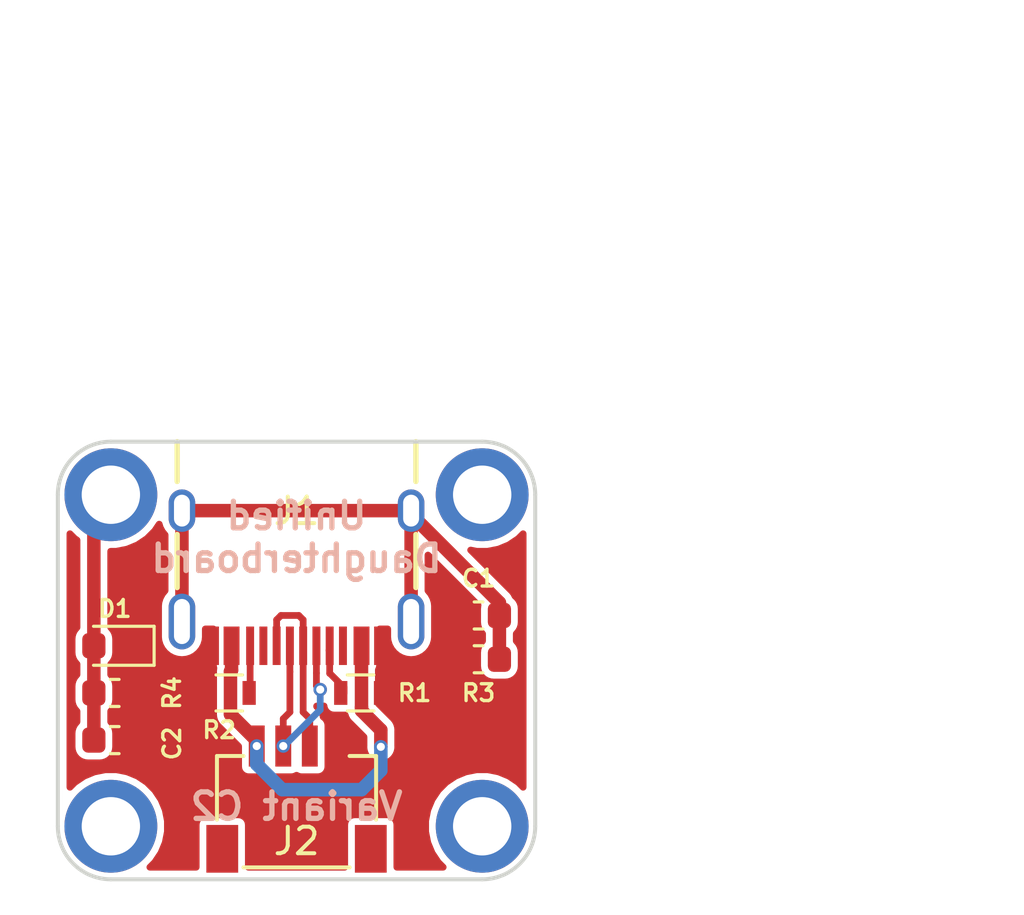
<source format=kicad_pcb>
(kicad_pcb (version 20171130) (host pcbnew 5.1.5)

  (general
    (thickness 1.6)
    (drawings 25)
    (tracks 59)
    (zones 0)
    (modules 13)
    (nets 14)
  )

  (page User 150.012 150.012)
  (layers
    (0 F.Cu signal)
    (31 B.Cu signal)
    (32 B.Adhes user)
    (33 F.Adhes user)
    (34 B.Paste user)
    (35 F.Paste user)
    (36 B.SilkS user)
    (37 F.SilkS user)
    (38 B.Mask user)
    (39 F.Mask user)
    (40 Dwgs.User user)
    (41 Cmts.User user)
    (42 Eco1.User user)
    (43 Eco2.User user)
    (44 Edge.Cuts user)
    (45 Margin user)
    (46 B.CrtYd user)
    (47 F.CrtYd user)
    (48 B.Fab user)
    (49 F.Fab user hide)
  )

  (setup
    (last_trace_width 0.508)
    (user_trace_width 0.254)
    (user_trace_width 0.508)
    (trace_clearance 0.2)
    (zone_clearance 0.254)
    (zone_45_only no)
    (trace_min 0.2)
    (via_size 0.8)
    (via_drill 0.4)
    (via_min_size 0.4)
    (via_min_drill 0.3)
    (user_via 0.508 0.3048)
    (uvia_size 0.3)
    (uvia_drill 0.1)
    (uvias_allowed no)
    (uvia_min_size 0.2)
    (uvia_min_drill 0.1)
    (edge_width 0.15)
    (segment_width 0.0001)
    (pcb_text_width 0.3)
    (pcb_text_size 1.5 1.5)
    (mod_edge_width 0.15)
    (mod_text_size 1 1)
    (mod_text_width 0.15)
    (pad_size 1.524 1.524)
    (pad_drill 0.762)
    (pad_to_mask_clearance 0.051)
    (solder_mask_min_width 0.25)
    (aux_axis_origin 0 0)
    (grid_origin 75.2545 64.238)
    (visible_elements 7FFFFF7F)
    (pcbplotparams
      (layerselection 0x010fc_ffffffff)
      (usegerberextensions true)
      (usegerberattributes false)
      (usegerberadvancedattributes false)
      (creategerberjobfile false)
      (excludeedgelayer true)
      (linewidth 0.100000)
      (plotframeref false)
      (viasonmask false)
      (mode 1)
      (useauxorigin false)
      (hpglpennumber 1)
      (hpglpenspeed 20)
      (hpglpendiameter 15.000000)
      (psnegative false)
      (psa4output false)
      (plotreference true)
      (plotvalue true)
      (plotinvisibletext false)
      (padsonsilk false)
      (subtractmaskfromsilk true)
      (outputformat 1)
      (mirror false)
      (drillshape 0)
      (scaleselection 1)
      (outputdirectory "Position"))
  )

  (net 0 "")
  (net 1 D+)
  (net 2 GND)
  (net 3 D-)
  (net 4 VCC)
  (net 5 "Net-(J1-Pad10)")
  (net 6 "Net-(J1-Pad4)")
  (net 7 "Net-(J1-Pad9)")
  (net 8 "Net-(J1-Pad3)")
  (net 9 "Net-(C1-Pad1)")
  (net 10 "Net-(C2-Pad1)")
  (net 11 "Net-(MH3-Pad1)")
  (net 12 "Net-(MH4-Pad1)")
  (net 13 "Net-(MH2-Pad1)")

  (net_class Default "This is the default net class."
    (clearance 0.2)
    (trace_width 0.25)
    (via_dia 0.8)
    (via_drill 0.4)
    (uvia_dia 0.3)
    (uvia_drill 0.1)
    (add_net D+)
    (add_net D-)
    (add_net "Net-(C1-Pad1)")
    (add_net "Net-(C2-Pad1)")
    (add_net "Net-(J1-Pad10)")
    (add_net "Net-(J1-Pad3)")
    (add_net "Net-(J1-Pad4)")
    (add_net "Net-(J1-Pad9)")
    (add_net "Net-(MH2-Pad1)")
    (add_net "Net-(MH3-Pad1)")
    (add_net "Net-(MH4-Pad1)")
  )

  (net_class Power ""
    (clearance 0.2)
    (trace_width 0.381)
    (via_dia 0.8)
    (via_drill 0.4)
    (uvia_dia 0.3)
    (uvia_drill 0.1)
    (add_net GND)
    (add_net VCC)
  )

  (module Resistor_SMD:R_0603_1608Metric (layer F.Cu) (tedit 5B301BBD) (tstamp 5E158B2B)
    (at 68.1505 66.016)
    (descr "Resistor SMD 0603 (1608 Metric), square (rectangular) end terminal, IPC_7351 nominal, (Body size source: http://www.tortai-tech.com/upload/download/2011102023233369053.pdf), generated with kicad-footprint-generator")
    (tags resistor)
    (path /5E17CC01)
    (attr smd)
    (fp_text reference R4 (at 2.159 0 90) (layer F.SilkS)
      (effects (font (size 0.635 0.635) (thickness 0.127)))
    )
    (fp_text value 1M (at 0 1.43) (layer F.Fab)
      (effects (font (size 1 1) (thickness 0.15)))
    )
    (fp_text user %R (at 0 0) (layer F.Fab)
      (effects (font (size 0.4 0.4) (thickness 0.06)))
    )
    (fp_line (start 1.48 0.73) (end -1.48 0.73) (layer F.CrtYd) (width 0.05))
    (fp_line (start 1.48 -0.73) (end 1.48 0.73) (layer F.CrtYd) (width 0.05))
    (fp_line (start -1.48 -0.73) (end 1.48 -0.73) (layer F.CrtYd) (width 0.05))
    (fp_line (start -1.48 0.73) (end -1.48 -0.73) (layer F.CrtYd) (width 0.05))
    (fp_line (start -0.162779 0.51) (end 0.162779 0.51) (layer F.SilkS) (width 0.12))
    (fp_line (start -0.162779 -0.51) (end 0.162779 -0.51) (layer F.SilkS) (width 0.12))
    (fp_line (start 0.8 0.4) (end -0.8 0.4) (layer F.Fab) (width 0.1))
    (fp_line (start 0.8 -0.4) (end 0.8 0.4) (layer F.Fab) (width 0.1))
    (fp_line (start -0.8 -0.4) (end 0.8 -0.4) (layer F.Fab) (width 0.1))
    (fp_line (start -0.8 0.4) (end -0.8 -0.4) (layer F.Fab) (width 0.1))
    (pad 2 smd roundrect (at 0.7875 0) (size 0.875 0.95) (layers F.Cu F.Paste F.Mask) (roundrect_rratio 0.25)
      (net 2 GND))
    (pad 1 smd roundrect (at -0.7875 0) (size 0.875 0.95) (layers F.Cu F.Paste F.Mask) (roundrect_rratio 0.25)
      (net 10 "Net-(C2-Pad1)"))
    (model ${KISYS3DMOD}/Resistor_SMD.3dshapes/R_0603_1608Metric.wrl
      (at (xyz 0 0 0))
      (scale (xyz 1 1 1))
      (rotate (xyz 0 0 0))
    )
  )

  (module Resistor_SMD:R_0603_1608Metric (layer F.Cu) (tedit 5B301BBD) (tstamp 5E1588F1)
    (at 81.8665 64.746 180)
    (descr "Resistor SMD 0603 (1608 Metric), square (rectangular) end terminal, IPC_7351 nominal, (Body size source: http://www.tortai-tech.com/upload/download/2011102023233369053.pdf), generated with kicad-footprint-generator")
    (tags resistor)
    (path /5E17225D)
    (attr smd)
    (fp_text reference R3 (at 0 -1.27) (layer F.SilkS)
      (effects (font (size 0.635 0.635) (thickness 0.127)))
    )
    (fp_text value 1M (at 0 1.43) (layer F.Fab)
      (effects (font (size 1 1) (thickness 0.15)))
    )
    (fp_text user %R (at 0 0) (layer F.Fab)
      (effects (font (size 0.4 0.4) (thickness 0.06)))
    )
    (fp_line (start 1.48 0.73) (end -1.48 0.73) (layer F.CrtYd) (width 0.05))
    (fp_line (start 1.48 -0.73) (end 1.48 0.73) (layer F.CrtYd) (width 0.05))
    (fp_line (start -1.48 -0.73) (end 1.48 -0.73) (layer F.CrtYd) (width 0.05))
    (fp_line (start -1.48 0.73) (end -1.48 -0.73) (layer F.CrtYd) (width 0.05))
    (fp_line (start -0.162779 0.51) (end 0.162779 0.51) (layer F.SilkS) (width 0.12))
    (fp_line (start -0.162779 -0.51) (end 0.162779 -0.51) (layer F.SilkS) (width 0.12))
    (fp_line (start 0.8 0.4) (end -0.8 0.4) (layer F.Fab) (width 0.1))
    (fp_line (start 0.8 -0.4) (end 0.8 0.4) (layer F.Fab) (width 0.1))
    (fp_line (start -0.8 -0.4) (end 0.8 -0.4) (layer F.Fab) (width 0.1))
    (fp_line (start -0.8 0.4) (end -0.8 -0.4) (layer F.Fab) (width 0.1))
    (pad 2 smd roundrect (at 0.7875 0 180) (size 0.875 0.95) (layers F.Cu F.Paste F.Mask) (roundrect_rratio 0.25)
      (net 2 GND))
    (pad 1 smd roundrect (at -0.7875 0 180) (size 0.875 0.95) (layers F.Cu F.Paste F.Mask) (roundrect_rratio 0.25)
      (net 9 "Net-(C1-Pad1)"))
    (model ${KISYS3DMOD}/Resistor_SMD.3dshapes/R_0603_1608Metric.wrl
      (at (xyz 0 0 0))
      (scale (xyz 1 1 1))
      (rotate (xyz 0 0 0))
    )
  )

  (module Diode_SMD:D_0603_1608Metric (layer F.Cu) (tedit 5B301BBE) (tstamp 5E158950)
    (at 68.1505 64.238 180)
    (descr "Diode SMD 0603 (1608 Metric), square (rectangular) end terminal, IPC_7351 nominal, (Body size source: http://www.tortai-tech.com/upload/download/2011102023233369053.pdf), generated with kicad-footprint-generator")
    (tags diode)
    (path /5E18209E)
    (attr smd)
    (fp_text reference D1 (at 0 1.397) (layer F.SilkS)
      (effects (font (size 0.635 0.635) (thickness 0.127)))
    )
    (fp_text value ESD5451XZ-2/TR (at 0 1.43) (layer F.Fab)
      (effects (font (size 1 1) (thickness 0.15)))
    )
    (fp_text user %R (at 0 0) (layer F.Fab)
      (effects (font (size 0.4 0.4) (thickness 0.06)))
    )
    (fp_line (start 1.48 0.73) (end -1.48 0.73) (layer F.CrtYd) (width 0.05))
    (fp_line (start 1.48 -0.73) (end 1.48 0.73) (layer F.CrtYd) (width 0.05))
    (fp_line (start -1.48 -0.73) (end 1.48 -0.73) (layer F.CrtYd) (width 0.05))
    (fp_line (start -1.48 0.73) (end -1.48 -0.73) (layer F.CrtYd) (width 0.05))
    (fp_line (start -1.485 0.735) (end 0.8 0.735) (layer F.SilkS) (width 0.12))
    (fp_line (start -1.485 -0.735) (end -1.485 0.735) (layer F.SilkS) (width 0.12))
    (fp_line (start 0.8 -0.735) (end -1.485 -0.735) (layer F.SilkS) (width 0.12))
    (fp_line (start 0.8 0.4) (end 0.8 -0.4) (layer F.Fab) (width 0.1))
    (fp_line (start -0.8 0.4) (end 0.8 0.4) (layer F.Fab) (width 0.1))
    (fp_line (start -0.8 -0.1) (end -0.8 0.4) (layer F.Fab) (width 0.1))
    (fp_line (start -0.5 -0.4) (end -0.8 -0.1) (layer F.Fab) (width 0.1))
    (fp_line (start 0.8 -0.4) (end -0.5 -0.4) (layer F.Fab) (width 0.1))
    (pad 2 smd roundrect (at 0.7875 0 180) (size 0.875 0.95) (layers F.Cu F.Paste F.Mask) (roundrect_rratio 0.25)
      (net 10 "Net-(C2-Pad1)"))
    (pad 1 smd roundrect (at -0.7875 0 180) (size 0.875 0.95) (layers F.Cu F.Paste F.Mask) (roundrect_rratio 0.25)
      (net 2 GND))
    (model ${KISYS3DMOD}/Diode_SMD.3dshapes/D_0603_1608Metric.wrl
      (at (xyz 0 0 0))
      (scale (xyz 1 1 1))
      (rotate (xyz 0 0 0))
    )
  )

  (module Capacitor_SMD:C_0603_1608Metric (layer F.Cu) (tedit 5B301BBE) (tstamp 5E1589E4)
    (at 68.1505 67.794)
    (descr "Capacitor SMD 0603 (1608 Metric), square (rectangular) end terminal, IPC_7351 nominal, (Body size source: http://www.tortai-tech.com/upload/download/2011102023233369053.pdf), generated with kicad-footprint-generator")
    (tags capacitor)
    (path /5E17CC07)
    (attr smd)
    (fp_text reference C2 (at 2.159 0.127 90) (layer F.SilkS)
      (effects (font (size 0.635 0.635) (thickness 0.127)))
    )
    (fp_text value 10n (at 0 1.43) (layer F.Fab)
      (effects (font (size 1 1) (thickness 0.15)))
    )
    (fp_text user %R (at 0 0) (layer F.Fab)
      (effects (font (size 0.4 0.4) (thickness 0.06)))
    )
    (fp_line (start 1.48 0.73) (end -1.48 0.73) (layer F.CrtYd) (width 0.05))
    (fp_line (start 1.48 -0.73) (end 1.48 0.73) (layer F.CrtYd) (width 0.05))
    (fp_line (start -1.48 -0.73) (end 1.48 -0.73) (layer F.CrtYd) (width 0.05))
    (fp_line (start -1.48 0.73) (end -1.48 -0.73) (layer F.CrtYd) (width 0.05))
    (fp_line (start -0.162779 0.51) (end 0.162779 0.51) (layer F.SilkS) (width 0.12))
    (fp_line (start -0.162779 -0.51) (end 0.162779 -0.51) (layer F.SilkS) (width 0.12))
    (fp_line (start 0.8 0.4) (end -0.8 0.4) (layer F.Fab) (width 0.1))
    (fp_line (start 0.8 -0.4) (end 0.8 0.4) (layer F.Fab) (width 0.1))
    (fp_line (start -0.8 -0.4) (end 0.8 -0.4) (layer F.Fab) (width 0.1))
    (fp_line (start -0.8 0.4) (end -0.8 -0.4) (layer F.Fab) (width 0.1))
    (pad 2 smd roundrect (at 0.7875 0) (size 0.875 0.95) (layers F.Cu F.Paste F.Mask) (roundrect_rratio 0.25)
      (net 2 GND))
    (pad 1 smd roundrect (at -0.7875 0) (size 0.875 0.95) (layers F.Cu F.Paste F.Mask) (roundrect_rratio 0.25)
      (net 10 "Net-(C2-Pad1)"))
    (model ${KISYS3DMOD}/Capacitor_SMD.3dshapes/C_0603_1608Metric.wrl
      (at (xyz 0 0 0))
      (scale (xyz 1 1 1))
      (rotate (xyz 0 0 0))
    )
  )

  (module Capacitor_SMD:C_0603_1608Metric (layer F.Cu) (tedit 5B301BBE) (tstamp 5E15899F)
    (at 81.8665 63.095 180)
    (descr "Capacitor SMD 0603 (1608 Metric), square (rectangular) end terminal, IPC_7351 nominal, (Body size source: http://www.tortai-tech.com/upload/download/2011102023233369053.pdf), generated with kicad-footprint-generator")
    (tags capacitor)
    (path /5E172A5B)
    (attr smd)
    (fp_text reference C1 (at 0 1.397 180) (layer F.SilkS)
      (effects (font (size 0.635 0.635) (thickness 0.127)))
    )
    (fp_text value 10n (at 0 1.43) (layer F.Fab)
      (effects (font (size 1 1) (thickness 0.15)))
    )
    (fp_text user %R (at 0 0) (layer F.Fab)
      (effects (font (size 0.4 0.4) (thickness 0.06)))
    )
    (fp_line (start 1.48 0.73) (end -1.48 0.73) (layer F.CrtYd) (width 0.05))
    (fp_line (start 1.48 -0.73) (end 1.48 0.73) (layer F.CrtYd) (width 0.05))
    (fp_line (start -1.48 -0.73) (end 1.48 -0.73) (layer F.CrtYd) (width 0.05))
    (fp_line (start -1.48 0.73) (end -1.48 -0.73) (layer F.CrtYd) (width 0.05))
    (fp_line (start -0.162779 0.51) (end 0.162779 0.51) (layer F.SilkS) (width 0.12))
    (fp_line (start -0.162779 -0.51) (end 0.162779 -0.51) (layer F.SilkS) (width 0.12))
    (fp_line (start 0.8 0.4) (end -0.8 0.4) (layer F.Fab) (width 0.1))
    (fp_line (start 0.8 -0.4) (end 0.8 0.4) (layer F.Fab) (width 0.1))
    (fp_line (start -0.8 -0.4) (end 0.8 -0.4) (layer F.Fab) (width 0.1))
    (fp_line (start -0.8 0.4) (end -0.8 -0.4) (layer F.Fab) (width 0.1))
    (pad 2 smd roundrect (at 0.7875 0 180) (size 0.875 0.95) (layers F.Cu F.Paste F.Mask) (roundrect_rratio 0.25)
      (net 2 GND))
    (pad 1 smd roundrect (at -0.7875 0 180) (size 0.875 0.95) (layers F.Cu F.Paste F.Mask) (roundrect_rratio 0.25)
      (net 9 "Net-(C1-Pad1)"))
    (model ${KISYS3DMOD}/Capacitor_SMD.3dshapes/C_0603_1608Metric.wrl
      (at (xyz 0 0 0))
      (scale (xyz 1 1 1))
      (rotate (xyz 0 0 0))
    )
  )

  (module random-keyboard-parts:Generic-Mounthole (layer F.Cu) (tedit 5C91B17B) (tstamp 5E158ACE)
    (at 68.0045 58.543)
    (path /5C91EC0E)
    (attr virtual)
    (fp_text reference MH1 (at 0 2) (layer Dwgs.User)
      (effects (font (size 1 1) (thickness 0.15)))
    )
    (fp_text value Mount-M2 (at 0 -2) (layer Dwgs.User) hide
      (effects (font (size 1 1) (thickness 0.15)))
    )
    (pad 1 thru_hole circle (at 0 0) (size 3.5 3.5) (drill 2.2) (layers *.Cu *.Mask)
      (net 10 "Net-(C2-Pad1)"))
  )

  (module random-keyboard-parts:Generic-Mounthole (layer F.Cu) (tedit 5C91B17B) (tstamp 5E158B01)
    (at 82.0045 58.543)
    (path /5C91EC94)
    (attr virtual)
    (fp_text reference MH2 (at 0 2) (layer Dwgs.User) hide
      (effects (font (size 1 1) (thickness 0.15)))
    )
    (fp_text value Mount-M2 (at 0 -2) (layer Dwgs.User) hide
      (effects (font (size 1 1) (thickness 0.15)))
    )
    (pad 1 thru_hole circle (at 0 0) (size 3.5 3.5) (drill 2.2) (layers *.Cu *.Mask)
      (net 13 "Net-(MH2-Pad1)"))
  )

  (module random-keyboard-parts:Generic-Mounthole (layer F.Cu) (tedit 5C91B17B) (tstamp 5E158B0D)
    (at 68.0045 71.043)
    (path /5C91ECC0)
    (attr virtual)
    (fp_text reference MH3 (at 0 2) (layer Dwgs.User) hide
      (effects (font (size 1 1) (thickness 0.15)))
    )
    (fp_text value Mount-M2 (at 0 -2) (layer Dwgs.User) hide
      (effects (font (size 1 1) (thickness 0.15)))
    )
    (pad 1 thru_hole circle (at 0 0) (size 3.5 3.5) (drill 2.2) (layers *.Cu *.Mask)
      (net 11 "Net-(MH3-Pad1)"))
  )

  (module random-keyboard-parts:Generic-Mounthole (layer F.Cu) (tedit 5C91B17B) (tstamp 5E158B4F)
    (at 82.0045 71.043)
    (path /5C91ECE4)
    (attr virtual)
    (fp_text reference MH4 (at 0 2) (layer Dwgs.User) hide
      (effects (font (size 1 1) (thickness 0.15)))
    )
    (fp_text value Mount-M2 (at 0 -2) (layer Dwgs.User) hide
      (effects (font (size 1 1) (thickness 0.15)))
    )
    (pad 1 thru_hole circle (at 0 0) (size 3.5 3.5) (drill 2.2) (layers *.Cu *.Mask)
      (net 12 "Net-(MH4-Pad1)"))
  )

  (module random-keyboard-parts:JST-SR-4 (layer F.Cu) (tedit 5C919B1C) (tstamp 5E158B69)
    (at 75.0045 72.793)
    (path /5C91AFCB)
    (attr smd)
    (fp_text reference J2 (at 0.004 -1.189) (layer F.SilkS)
      (effects (font (size 1 1) (thickness 0.15)))
    )
    (fp_text value JST-SR-4 (at 0 1) (layer F.Fab)
      (effects (font (size 1 1) (thickness 0.15)))
    )
    (fp_line (start 3 -0.2) (end -3 -0.2) (layer B.CrtYd) (width 0.15))
    (fp_line (start -3 -0.2) (end -3 -4.4) (layer B.CrtYd) (width 0.15))
    (fp_line (start -3 -4.4) (end 3 -4.4) (layer B.CrtYd) (width 0.15))
    (fp_line (start 3 -4.4) (end 3 -0.2) (layer B.CrtYd) (width 0.15))
    (fp_line (start 2 -4.4) (end 3 -4.4) (layer F.SilkS) (width 0.15))
    (fp_line (start 3 -4.4) (end 3 -2) (layer F.SilkS) (width 0.15))
    (fp_line (start 2 -0.2) (end -2 -0.2) (layer F.SilkS) (width 0.15))
    (fp_line (start -3 -2) (end -3 -4.4) (layer F.SilkS) (width 0.15))
    (fp_line (start -3 -4.4) (end -2 -4.4) (layer F.SilkS) (width 0.15))
    (pad 3 smd rect (at 0.5 -4.775) (size 0.6 1.55) (layers F.Cu F.Paste F.Mask)
      (net 1 D+))
    (pad 4 smd rect (at 1.5 -4.775) (size 0.6 1.55) (layers F.Cu F.Paste F.Mask)
      (net 2 GND))
    (pad 2 smd rect (at -0.5 -4.775) (size 0.6 1.55) (layers F.Cu F.Paste F.Mask)
      (net 3 D-))
    (pad 1 smd rect (at -1.5 -4.775) (size 0.6 1.55) (layers F.Cu F.Paste F.Mask)
      (net 4 VCC))
    (pad "" smd rect (at -2.8 -0.9) (size 1.2 1.8) (layers F.Cu F.Paste F.Mask))
    (pad "" smd rect (at 2.8 -0.9) (size 1.2 1.8) (layers F.Cu F.Paste F.Mask))
    (model ${KIPRJMOD}/random-keyboard-parts.pretty/JST-SR-4.step
      (at (xyz 0 0 0))
      (scale (xyz 1 1 1))
      (rotate (xyz -90 0 0))
    )
  )

  (module Resistors_SMD:R_0603 (layer F.Cu) (tedit 58E0A804) (tstamp 5E158B9D)
    (at 77.4215 66.016)
    (descr "Resistor SMD 0603, reflow soldering, Vishay (see dcrcw.pdf)")
    (tags "resistor 0603")
    (path /5C91B042)
    (attr smd)
    (fp_text reference R1 (at 2.032 0 180) (layer F.SilkS)
      (effects (font (size 0.635 0.635) (thickness 0.127)))
    )
    (fp_text value 5.1k (at 0 1.5 180) (layer F.Fab)
      (effects (font (size 1 1) (thickness 0.15)))
    )
    (fp_line (start 1.25 0.7) (end -1.25 0.7) (layer F.CrtYd) (width 0.05))
    (fp_line (start 1.25 0.7) (end 1.25 -0.7) (layer F.CrtYd) (width 0.05))
    (fp_line (start -1.25 -0.7) (end -1.25 0.7) (layer F.CrtYd) (width 0.05))
    (fp_line (start -1.25 -0.7) (end 1.25 -0.7) (layer F.CrtYd) (width 0.05))
    (fp_line (start -0.5 -0.68) (end 0.5 -0.68) (layer F.SilkS) (width 0.12))
    (fp_line (start 0.5 0.68) (end -0.5 0.68) (layer F.SilkS) (width 0.12))
    (fp_line (start -0.8 -0.4) (end 0.8 -0.4) (layer F.Fab) (width 0.1))
    (fp_line (start 0.8 -0.4) (end 0.8 0.4) (layer F.Fab) (width 0.1))
    (fp_line (start 0.8 0.4) (end -0.8 0.4) (layer F.Fab) (width 0.1))
    (fp_line (start -0.8 0.4) (end -0.8 -0.4) (layer F.Fab) (width 0.1))
    (fp_text user %R (at 0 0 180) (layer F.Fab)
      (effects (font (size 0.4 0.4) (thickness 0.075)))
    )
    (pad 2 smd rect (at 0.75 0) (size 0.5 0.9) (layers F.Cu F.Paste F.Mask)
      (net 2 GND))
    (pad 1 smd rect (at -0.75 0) (size 0.5 0.9) (layers F.Cu F.Paste F.Mask)
      (net 6 "Net-(J1-Pad4)"))
    (model ${KISYS3DMOD}/Resistors_SMD.3dshapes/R_0603.wrl
      (at (xyz 0 0 0))
      (scale (xyz 1 1 1))
      (rotate (xyz 0 0 0))
    )
  )

  (module Resistors_SMD:R_0603 (layer F.Cu) (tedit 58E0A804) (tstamp 5E158BCD)
    (at 72.4685 66.016 180)
    (descr "Resistor SMD 0603, reflow soldering, Vishay (see dcrcw.pdf)")
    (tags "resistor 0603")
    (path /5C91B0D9)
    (attr smd)
    (fp_text reference R2 (at 0.381 -1.397) (layer F.SilkS)
      (effects (font (size 0.635 0.635) (thickness 0.127)))
    )
    (fp_text value 5.1k (at 0 1.5 180) (layer F.Fab)
      (effects (font (size 1 1) (thickness 0.15)))
    )
    (fp_text user %R (at 0 0 180) (layer F.Fab)
      (effects (font (size 0.4 0.4) (thickness 0.075)))
    )
    (fp_line (start -0.8 0.4) (end -0.8 -0.4) (layer F.Fab) (width 0.1))
    (fp_line (start 0.8 0.4) (end -0.8 0.4) (layer F.Fab) (width 0.1))
    (fp_line (start 0.8 -0.4) (end 0.8 0.4) (layer F.Fab) (width 0.1))
    (fp_line (start -0.8 -0.4) (end 0.8 -0.4) (layer F.Fab) (width 0.1))
    (fp_line (start 0.5 0.68) (end -0.5 0.68) (layer F.SilkS) (width 0.12))
    (fp_line (start -0.5 -0.68) (end 0.5 -0.68) (layer F.SilkS) (width 0.12))
    (fp_line (start -1.25 -0.7) (end 1.25 -0.7) (layer F.CrtYd) (width 0.05))
    (fp_line (start -1.25 -0.7) (end -1.25 0.7) (layer F.CrtYd) (width 0.05))
    (fp_line (start 1.25 0.7) (end 1.25 -0.7) (layer F.CrtYd) (width 0.05))
    (fp_line (start 1.25 0.7) (end -1.25 0.7) (layer F.CrtYd) (width 0.05))
    (pad 1 smd rect (at -0.75 0 180) (size 0.5 0.9) (layers F.Cu F.Paste F.Mask)
      (net 5 "Net-(J1-Pad10)"))
    (pad 2 smd rect (at 0.75 0 180) (size 0.5 0.9) (layers F.Cu F.Paste F.Mask)
      (net 2 GND))
    (model ${KISYS3DMOD}/Resistors_SMD.3dshapes/R_0603.wrl
      (at (xyz 0 0 0))
      (scale (xyz 1 1 1))
      (rotate (xyz 0 0 0))
    )
  )

  (module Type-C:HRO-TYPE-C-31-M-12-Assembly (layer F.Cu) (tedit 5C42C666) (tstamp 5E158A64)
    (at 75.0045 56.543 180)
    (path /5C91AF59)
    (attr smd)
    (fp_text reference J1 (at -0.004 -2.615) (layer F.SilkS)
      (effects (font (size 1 1) (thickness 0.15)))
    )
    (fp_text value HRO-TYPE-C-31-M-12 (at 0 1.15 180) (layer F.Fab)
      (effects (font (size 1 1) (thickness 0.15)))
    )
    (fp_line (start -4.47 -7.3) (end 4.47 -7.3) (layer Dwgs.User) (width 0.15))
    (fp_line (start 4.47 0) (end 4.47 -7.3) (layer Dwgs.User) (width 0.15))
    (fp_line (start -4.47 0) (end -4.47 -7.3) (layer Dwgs.User) (width 0.15))
    (fp_line (start -4.47 0) (end 4.47 0) (layer Dwgs.User) (width 0.15))
    (fp_text user %R (at 0 -9.25 180) (layer F.Fab)
      (effects (font (size 1 1) (thickness 0.15)))
    )
    (fp_line (start -4.5 -7.5) (end 4.5 -7.5) (layer F.CrtYd) (width 0.15))
    (fp_line (start 4.5 -7.5) (end 4.5 0) (layer F.CrtYd) (width 0.15))
    (fp_line (start 4.5 0) (end -4.5 0) (layer F.CrtYd) (width 0.15))
    (fp_line (start -4.5 0) (end -4.5 -7.5) (layer F.CrtYd) (width 0.15))
    (fp_line (start -3.75 -7.5) (end -3.75 -8.5) (layer F.CrtYd) (width 0.15))
    (fp_line (start -3.75 -8.5) (end 3.75 -8.5) (layer F.CrtYd) (width 0.15))
    (fp_line (start 3.75 -8.5) (end 3.75 -7.5) (layer F.CrtYd) (width 0.15))
    (pad 13 thru_hole oval (at 4.32 -2.6 180) (size 1 1.6) (drill oval 0.6 1.2) (layers *.Cu *.Mask)
      (net 9 "Net-(C1-Pad1)"))
    (pad 13 thru_hole oval (at -4.32 -2.6 180) (size 1 1.6) (drill oval 0.6 1.2) (layers *.Cu *.Mask)
      (net 9 "Net-(C1-Pad1)"))
    (pad 13 thru_hole oval (at 4.32 -6.78 180) (size 1 2.1) (drill oval 0.6 1.7) (layers *.Cu *.Mask)
      (net 9 "Net-(C1-Pad1)"))
    (pad 13 thru_hole oval (at -4.32 -6.78 180) (size 1 2.1) (drill oval 0.6 1.7) (layers *.Cu *.Mask)
      (net 9 "Net-(C1-Pad1)"))
    (pad "" np_thru_hole circle (at -2.89 -6.25 180) (size 0.65 0.65) (drill 0.65) (layers *.Cu *.Mask))
    (pad "" np_thru_hole circle (at 2.89 -6.25 180) (size 0.65 0.65) (drill 0.65) (layers *.Cu *.Mask))
    (pad 6 smd rect (at -0.25 -7.695 180) (size 0.3 1.45) (layers F.Cu F.Paste F.Mask)
      (net 1 D+))
    (pad 7 smd rect (at 0.25 -7.695 180) (size 0.3 1.45) (layers F.Cu F.Paste F.Mask)
      (net 3 D-))
    (pad 8 smd rect (at 0.75 -7.695 180) (size 0.3 1.45) (layers F.Cu F.Paste F.Mask)
      (net 1 D+))
    (pad 5 smd rect (at -0.75 -7.695 180) (size 0.3 1.45) (layers F.Cu F.Paste F.Mask)
      (net 3 D-))
    (pad 9 smd rect (at 1.25 -7.695 180) (size 0.3 1.45) (layers F.Cu F.Paste F.Mask)
      (net 7 "Net-(J1-Pad9)"))
    (pad 4 smd rect (at -1.25 -7.695 180) (size 0.3 1.45) (layers F.Cu F.Paste F.Mask)
      (net 6 "Net-(J1-Pad4)"))
    (pad 10 smd rect (at 1.75 -7.695 180) (size 0.3 1.45) (layers F.Cu F.Paste F.Mask)
      (net 5 "Net-(J1-Pad10)"))
    (pad 3 smd rect (at -1.75 -7.695 180) (size 0.3 1.45) (layers F.Cu F.Paste F.Mask)
      (net 8 "Net-(J1-Pad3)"))
    (pad 2 smd rect (at -2.45 -7.695 180) (size 0.6 1.45) (layers F.Cu F.Paste F.Mask)
      (net 4 VCC))
    (pad 11 smd rect (at 2.45 -7.695 180) (size 0.6 1.45) (layers F.Cu F.Paste F.Mask)
      (net 4 VCC))
    (pad 1 smd rect (at -3.225 -7.695 180) (size 0.6 1.45) (layers F.Cu F.Paste F.Mask)
      (net 2 GND))
    (pad 12 smd rect (at 3.225 -7.695 180) (size 0.6 1.45) (layers F.Cu F.Paste F.Mask)
      (net 2 GND))
    (model "C:/Users/Ryota/Documents/GitHub/Type-C.pretty/HRO  TYPE-C-31-M-12.step"
      (offset (xyz -4.47 0 0))
      (scale (xyz 1 1 1))
      (rotate (xyz 90 180 180))
    )
  )

  (gr_line (start 77.0045 67.043) (end 77.0045 68.543) (layer F.CrtYd) (width 0.05) (tstamp 5E158AF8))
  (gr_line (start 73.0045 67.043) (end 77.0045 67.043) (layer F.CrtYd) (width 0.05) (tstamp 5E158AF5))
  (gr_line (start 73.0045 68.543) (end 73.0045 67.043) (layer F.CrtYd) (width 0.05) (tstamp 5E158AF2))
  (gr_line (start 72.0045 72.543) (end 72.0045 68.543) (layer F.CrtYd) (width 0.05) (tstamp 5E158B16))
  (gr_line (start 78.0045 72.543) (end 72.0045 72.543) (layer F.CrtYd) (width 0.05) (tstamp 5E158B19))
  (gr_line (start 78.0045 68.543) (end 78.0045 72.543) (layer F.CrtYd) (width 0.05) (tstamp 5E158AEF))
  (gr_line (start 72.0045 68.543) (end 78.0045 68.543) (layer F.CrtYd) (width 0.05) (tstamp 5E158AEC))
  (gr_text "Variant C2" (at 75.0045 70.293) (layer B.SilkS) (tstamp 5E158A3B)
    (effects (font (size 1 1) (thickness 0.2)) (justify mirror))
  )
  (gr_text "Unified\nDaughterboard" (at 75.0045 60.143) (layer B.SilkS) (tstamp 5E158A38)
    (effects (font (size 1 1) (thickness 0.2)) (justify mirror))
  )
  (gr_line (start 79.5045 60.043) (end 79.5045 62.043) (layer F.SilkS) (width 0.2) (tstamp 5E158A35))
  (gr_line (start 79.5045 56.543) (end 79.5045 58.043) (layer F.SilkS) (width 0.2) (tstamp 5E158A32))
  (gr_line (start 70.5045 60.043) (end 70.5045 62.043) (layer F.SilkS) (width 0.2) (tstamp 5E158A2F))
  (gr_line (start 70.5045 56.543) (end 70.5045 58.043) (layer F.SilkS) (width 0.2) (tstamp 5E158A2C))
  (dimension 14 (width 0.1) (layer Dwgs.User) (tstamp 5E158A27)
    (gr_text "14.000 mm" (at 75.0045 46.943001) (layer Dwgs.User) (tstamp 5E158A28)
      (effects (font (size 1.5 1.5) (thickness 0.1)))
    )
    (feature1 (pts (xy 68.0045 56.543) (xy 68.0045 48.45658)))
    (feature2 (pts (xy 82.0045 56.543) (xy 82.0045 48.45658)))
    (crossbar (pts (xy 82.0045 49.043001) (xy 68.0045 49.043001)))
    (arrow1a (pts (xy 68.0045 49.043001) (xy 69.131004 48.45658)))
    (arrow1b (pts (xy 68.0045 49.043001) (xy 69.131004 49.629422)))
    (arrow2a (pts (xy 82.0045 49.043001) (xy 80.877996 48.45658)))
    (arrow2b (pts (xy 82.0045 49.043001) (xy 80.877996 49.629422)))
  )
  (dimension 12.5 (width 0.1) (layer Dwgs.User) (tstamp 5E158A21)
    (gr_text "12.500 mm" (at 96.6045 64.793 270) (layer Dwgs.User) (tstamp 5E158A22)
      (effects (font (size 1.5 1.5) (thickness 0.1)))
    )
    (feature1 (pts (xy 84.0045 71.043) (xy 95.090921 71.043)))
    (feature2 (pts (xy 84.0045 58.543) (xy 95.090921 58.543)))
    (crossbar (pts (xy 94.5045 58.543) (xy 94.5045 71.043)))
    (arrow1a (pts (xy 94.5045 71.043) (xy 93.918079 69.916496)))
    (arrow1b (pts (xy 94.5045 71.043) (xy 95.090921 69.916496)))
    (arrow2a (pts (xy 94.5045 58.543) (xy 93.918079 59.669504)))
    (arrow2b (pts (xy 94.5045 58.543) (xy 95.090921 59.669504)))
  )
  (gr_arc (start 82.0045 71.043) (end 82.0045 73.043) (angle -90) (layer Edge.Cuts) (width 0.15) (tstamp 5E158A1D))
  (gr_arc (start 68.0045 71.043) (end 66.0045 71.043) (angle -90) (layer Edge.Cuts) (width 0.15) (tstamp 5E158A1A))
  (gr_line (start 66.0045 71.043) (end 66.0045 58.543) (layer Edge.Cuts) (width 0.15) (tstamp 5E158AC2))
  (gr_line (start 82.0045 73.043) (end 68.0045 73.043) (layer Edge.Cuts) (width 0.15) (tstamp 5E158ABF))
  (gr_line (start 84.0045 58.543) (end 84.0045 71.043) (layer Edge.Cuts) (width 0.15) (tstamp 5E158ABC))
  (gr_line (start 68.0045 56.543) (end 82.0045 56.543) (layer Edge.Cuts) (width 0.15) (tstamp 5E158AB9))
  (gr_arc (start 68.0045 58.543) (end 68.0045 56.543) (angle -90) (layer Edge.Cuts) (width 0.15) (tstamp 5E158AB6))
  (gr_arc (start 82.0045 58.543) (end 84.0045 58.543) (angle -90) (layer Edge.Cuts) (width 0.15) (tstamp 5E158AB3))
  (dimension 16.5 (width 0.1) (layer Dwgs.User) (tstamp 5E158AAE)
    (gr_text "16.500 mm" (at 100.6045 64.793 270) (layer Dwgs.User) (tstamp 5E158AAF)
      (effects (font (size 1.5 1.5) (thickness 0.1)))
    )
    (feature1 (pts (xy 84.0045 73.043) (xy 99.090921 73.043)))
    (feature2 (pts (xy 84.0045 56.543) (xy 99.090921 56.543)))
    (crossbar (pts (xy 98.5045 56.543) (xy 98.5045 73.043)))
    (arrow1a (pts (xy 98.5045 73.043) (xy 97.918079 71.916496)))
    (arrow1b (pts (xy 98.5045 73.043) (xy 99.090921 71.916496)))
    (arrow2a (pts (xy 98.5045 56.543) (xy 97.918079 57.669504)))
    (arrow2b (pts (xy 98.5045 56.543) (xy 99.090921 57.669504)))
  )
  (dimension 18 (width 0.1) (layer Dwgs.User) (tstamp 5E158AA8)
    (gr_text "18.000 mm" (at 75.0045 40.443) (layer Dwgs.User) (tstamp 5E158AA9)
      (effects (font (size 1.5 1.5) (thickness 0.1)))
    )
    (feature1 (pts (xy 84.0045 56.543) (xy 84.0045 41.956579)))
    (feature2 (pts (xy 66.0045 56.543) (xy 66.0045 41.956579)))
    (crossbar (pts (xy 66.0045 42.543) (xy 84.0045 42.543)))
    (arrow1a (pts (xy 84.0045 42.543) (xy 82.877996 43.129421)))
    (arrow1b (pts (xy 84.0045 42.543) (xy 82.877996 41.956579)))
    (arrow2a (pts (xy 66.0045 42.543) (xy 67.131004 43.129421)))
    (arrow2b (pts (xy 66.0045 42.543) (xy 67.131004 41.956579)))
  )

  (segment (start 75.2545 66.739) (end 75.2545 64.238) (width 0.254) (layer F.Cu) (net 1) (tstamp 5E15897B))
  (segment (start 75.5045 68.018) (end 75.5045 68.018) (width 0.254) (layer F.Cu) (net 1) (tstamp 5E158A14))
  (segment (start 75.5045 66.989) (end 75.2545 66.739) (width 0.254) (layer F.Cu) (net 1) (tstamp 5E1588DC))
  (segment (start 75.5045 68.018) (end 75.5045 66.989) (width 0.254) (layer F.Cu) (net 1) (tstamp 5E158930))
  (segment (start 75.2545 63.259) (end 75.2545 64.238) (width 0.254) (layer F.Cu) (net 1) (tstamp 5E1589C9))
  (segment (start 75.0905 63.095) (end 75.2545 63.259) (width 0.254) (layer F.Cu) (net 1) (tstamp 5E158ADD))
  (segment (start 74.4185 63.095) (end 75.0905 63.095) (width 0.254) (layer F.Cu) (net 1) (tstamp 5E158AE3))
  (segment (start 74.2545 63.259) (end 74.4185 63.095) (width 0.254) (layer F.Cu) (net 1) (tstamp 5E1589C6))
  (segment (start 74.2545 64.238) (end 74.2545 63.259) (width 0.254) (layer F.Cu) (net 1) (tstamp 5E15898A))
  (segment (start 74.7545 65.217) (end 74.7545 64.238) (width 0.254) (layer F.Cu) (net 3) (tstamp 5E158918))
  (segment (start 74.7545 66.739) (end 74.7545 65.217) (width 0.254) (layer F.Cu) (net 3) (tstamp 5E1588D9))
  (segment (start 74.5045 66.989) (end 74.7545 66.739) (width 0.254) (layer F.Cu) (net 3) (tstamp 5E1588D6))
  (segment (start 74.5045 68.018) (end 74.5045 68.018) (width 0.254) (layer F.Cu) (net 3) (tstamp 5E15891E))
  (segment (start 74.5045 68.018) (end 74.5045 66.989) (width 0.254) (layer F.Cu) (net 3) (tstamp 5E15893C))
  (via (at 74.5045 68.018) (size 0.508) (drill 0.3048) (layers F.Cu B.Cu) (net 3) (tstamp 5E1588C7))
  (segment (start 73.5045 67.814) (end 73.5045 68.018) (width 0.508) (layer F.Cu) (net 4) (tstamp 5E158AE9))
  (segment (start 72.514499 66.823999) (end 73.5045 67.814) (width 0.508) (layer F.Cu) (net 4) (tstamp 5E1588D0))
  (segment (start 72.514499 65.202799) (end 72.514499 66.823999) (width 0.508) (layer F.Cu) (net 4) (tstamp 5E158AD7))
  (segment (start 72.5545 64.238) (end 72.5545 65.162798) (width 0.508) (layer F.Cu) (net 4) (tstamp 5E158921))
  (segment (start 72.5545 65.162798) (end 72.514499 65.202799) (width 0.508) (layer F.Cu) (net 4) (tstamp 5E158987))
  (segment (start 73.2545 64.238) (end 73.2545 66.016) (width 0.254) (layer F.Cu) (net 5) (tstamp 5E158AE6))
  (segment (start 76.2545 64.238) (end 76.2545 64.389) (width 0.254) (layer F.Cu) (net 6) (tstamp 5E158A11))
  (segment (start 76.2545 64.389) (end 76.231501 64.411999) (width 0.254) (layer F.Cu) (net 6) (tstamp 5E158A08))
  (segment (start 76.2605 65.278) (end 76.7985 65.816) (width 0.254) (layer F.Cu) (net 6) (tstamp 5E158912))
  (segment (start 76.2545 65.278) (end 76.2605 65.278) (width 0.254) (layer F.Cu) (net 6) (tstamp 5E158924))
  (segment (start 76.7985 65.816) (end 76.7985 66.016) (width 0.254) (layer F.Cu) (net 6) (tstamp 5E158933))
  (segment (start 76.2545 64.238) (end 76.2545 65.278) (width 0.254) (layer F.Cu) (net 6) (tstamp 5E1589C0))
  (segment (start 79.3245 59.143) (end 79.3245 63.323) (width 0.508) (layer F.Cu) (net 9) (tstamp 5E1589CC))
  (segment (start 79.3245 59.143) (end 79.3245 59.283) (width 0.508) (layer F.Cu) (net 9) (tstamp 5E158A3E))
  (segment (start 82.654 62.6125) (end 82.654 63.095) (width 0.508) (layer F.Cu) (net 9) (tstamp 5E158A41))
  (segment (start 79.3245 59.283) (end 82.654 62.6125) (width 0.508) (layer F.Cu) (net 9) (tstamp 5E158A17))
  (segment (start 82.654 63.095) (end 82.654 64.746) (width 0.508) (layer F.Cu) (net 9) (tstamp 5E158ADA))
  (segment (start 68.0045 71.043) (end 68.0045 70.95) (width 0.508) (layer F.Cu) (net 11) (tstamp 5E158AC5))
  (segment (start 67.363 67.794) (end 67.363 58.543) (width 0.508) (layer F.Cu) (net 10) (tstamp 5E158AFB))
  (segment (start 75.7545 65.27) (end 75.7545 65.746) (width 0.254) (layer F.Cu) (net 3) (tstamp 5E15892D))
  (segment (start 75.7545 64.238) (end 75.7545 65.27) (width 0.254) (layer F.Cu) (net 3) (tstamp 5E1588CD))
  (segment (start 75.7545 65.746) (end 75.8975 65.889) (width 0.254) (layer F.Cu) (net 3) (tstamp 5E158A0B))
  (segment (start 75.8975 65.889) (end 75.8975 65.889) (width 0.254) (layer F.Cu) (net 3) (tstamp 5E158981))
  (via (at 75.8975 65.889) (size 0.508) (drill 0.3048) (layers F.Cu B.Cu) (net 3) (tstamp 5E158984))
  (segment (start 74.5305 68.018) (end 74.5045 68.018) (width 0.254) (layer B.Cu) (net 3) (tstamp 5E15897E))
  (segment (start 75.8975 65.889) (end 75.8975 66.651) (width 0.254) (layer B.Cu) (net 3) (tstamp 5E158A05))
  (segment (start 75.8975 66.651) (end 74.5305 68.018) (width 0.254) (layer B.Cu) (net 3) (tstamp 5E158A0E))
  (segment (start 73.5045 68.018) (end 73.5045 68.018) (width 0.508) (layer F.Cu) (net 4) (tstamp 5E15891B))
  (via (at 73.5045 68.018) (size 0.508) (drill 0.3048) (layers F.Cu B.Cu) (net 4) (tstamp 5E158975))
  (segment (start 73.5045 68.703) (end 73.5045 68.018) (width 0.508) (layer B.Cu) (net 4) (tstamp 5E1589CF))
  (segment (start 74.4635 69.662) (end 73.5045 68.703) (width 0.508) (layer B.Cu) (net 4) (tstamp 5E15898D))
  (segment (start 77.4545 66.557) (end 77.4545 66.684) (width 0.508) (layer F.Cu) (net 4) (tstamp 5E158936))
  (segment (start 77.4545 64.238) (end 77.4545 66.557) (width 0.508) (layer F.Cu) (net 4) (tstamp 5E1588C4))
  (segment (start 77.4545 66.684) (end 78.1835 67.413) (width 0.508) (layer F.Cu) (net 4) (tstamp 5E1589C3))
  (segment (start 78.1835 67.413) (end 78.1835 68.048) (width 0.508) (layer F.Cu) (net 4) (tstamp 5E158AC8))
  (segment (start 78.1835 68.048) (end 78.1835 68.048) (width 0.508) (layer F.Cu) (net 4) (tstamp 5E158939))
  (via (at 78.1835 68.048) (size 0.508) (drill 0.3048) (layers F.Cu B.Cu) (net 4) (tstamp 5E1588CA))
  (segment (start 75.8075 69.662) (end 77.4585 69.662) (width 0.508) (layer B.Cu) (net 4) (tstamp 5E15892A))
  (segment (start 75.8075 69.662) (end 74.4635 69.662) (width 0.508) (layer B.Cu) (net 4) (tstamp 5E1588DF))
  (segment (start 76.5695 69.662) (end 75.8075 69.662) (width 0.508) (layer B.Cu) (net 4) (tstamp 5E158927))
  (segment (start 78.1835 68.937) (end 78.1835 68.048) (width 0.508) (layer B.Cu) (net 4) (tstamp 5E1588D3))
  (segment (start 77.4585 69.662) (end 78.1835 68.937) (width 0.508) (layer B.Cu) (net 4) (tstamp 5E1588C1))
  (segment (start 79.3245 59.143) (end 70.6845 59.143) (width 0.508) (layer F.Cu) (net 9) (tstamp 5E158915))
  (segment (start 70.6845 59.143) (end 70.6845 63.323) (width 0.508) (layer F.Cu) (net 9) (tstamp 5E158AE0))

  (zone (net 0) (net_name "") (layer F.Cu) (tstamp 5E158978) (hatch edge 0.508)
    (connect_pads (clearance 0.508))
    (min_thickness 0.254)
    (keepout (tracks allowed) (vias allowed) (copperpour not_allowed))
    (fill (arc_segments 32) (thermal_gap 0.508) (thermal_bridge_width 0.508))
    (polygon
      (pts
        (xy 79.4535 63.476) (xy 70.5635 63.476) (xy 70.5635 56.364) (xy 79.4535 56.364)
      )
    )
  )
  (zone (net 2) (net_name GND) (layer F.Cu) (tstamp 5E1589D2) (hatch edge 0.508)
    (connect_pads yes (clearance 0.254))
    (min_thickness 0.254)
    (fill yes (arc_segments 32) (thermal_gap 0.508) (thermal_bridge_width 0.508))
    (polygon
      (pts
        (xy 85.4145 74.398) (xy 63.8245 74.398) (xy 63.8245 55.348) (xy 85.4145 55.348)
      )
    )
    (filled_polygon
      (pts
        (xy 69.866625 59.781774) (xy 69.948432 59.934824) (xy 70.0495 60.057978) (xy 70.049501 62.158022) (xy 69.948433 62.281175)
        (xy 69.866626 62.434225) (xy 69.816249 62.600294) (xy 69.803501 62.729727) (xy 69.8035 63.916272) (xy 69.816248 64.045705)
        (xy 69.866625 64.211774) (xy 69.948432 64.364824) (xy 70.058525 64.498975) (xy 70.192675 64.609068) (xy 70.345725 64.690875)
        (xy 70.511794 64.741252) (xy 70.6845 64.758262) (xy 70.857205 64.741252) (xy 71.023274 64.690875) (xy 71.176324 64.609068)
        (xy 71.310475 64.498975) (xy 71.420568 64.364825) (xy 71.502375 64.211775) (xy 71.552752 64.045706) (xy 71.5655 63.916273)
        (xy 71.5655 63.603) (xy 71.871657 63.603) (xy 71.871657 64.963) (xy 71.879013 65.037689) (xy 71.890012 65.073949)
        (xy 71.888687 65.078318) (xy 71.879499 65.171608) (xy 71.879499 65.171618) (xy 71.876428 65.202799) (xy 71.879499 65.233981)
        (xy 71.8795 66.792808) (xy 71.876428 66.823999) (xy 71.8795 66.85519) (xy 71.8795 66.855191) (xy 71.887296 66.934342)
        (xy 71.888688 66.94848) (xy 71.924997 67.068178) (xy 71.983962 67.178492) (xy 72.010313 67.210601) (xy 72.063315 67.275184)
        (xy 72.087545 67.295069) (xy 72.821657 68.029182) (xy 72.821657 68.793) (xy 72.829013 68.867689) (xy 72.850799 68.939508)
        (xy 72.886178 69.005696) (xy 72.933789 69.063711) (xy 72.991804 69.111322) (xy 73.057992 69.146701) (xy 73.129811 69.168487)
        (xy 73.2045 69.175843) (xy 73.8045 69.175843) (xy 73.879189 69.168487) (xy 73.951008 69.146701) (xy 74.0045 69.118108)
        (xy 74.057992 69.146701) (xy 74.129811 69.168487) (xy 74.2045 69.175843) (xy 74.8045 69.175843) (xy 74.879189 69.168487)
        (xy 74.951008 69.146701) (xy 75.0045 69.118108) (xy 75.057992 69.146701) (xy 75.129811 69.168487) (xy 75.2045 69.175843)
        (xy 75.8045 69.175843) (xy 75.879189 69.168487) (xy 75.951008 69.146701) (xy 76.017196 69.111322) (xy 76.075211 69.063711)
        (xy 76.122822 69.005696) (xy 76.158201 68.939508) (xy 76.179987 68.867689) (xy 76.187343 68.793) (xy 76.187343 67.243)
        (xy 76.179987 67.168311) (xy 76.158201 67.096492) (xy 76.122822 67.030304) (xy 76.075211 66.972289) (xy 76.017196 66.924678)
        (xy 76.008146 66.91984) (xy 76.005149 66.889415) (xy 75.976101 66.793657) (xy 75.928929 66.705405) (xy 75.865448 66.628052)
        (xy 75.846065 66.612145) (xy 75.7625 66.52858) (xy 75.7625 66.509587) (xy 75.834958 66.524) (xy 75.960042 66.524)
        (xy 76.042749 66.507548) (xy 76.046013 66.540689) (xy 76.067799 66.612508) (xy 76.103178 66.678696) (xy 76.150789 66.736711)
        (xy 76.208804 66.784322) (xy 76.274992 66.819701) (xy 76.346811 66.841487) (xy 76.4215 66.848843) (xy 76.840931 66.848843)
        (xy 76.864998 66.92818) (xy 76.923963 67.038494) (xy 77.003316 67.135185) (xy 77.027545 67.155069) (xy 77.5485 67.676025)
        (xy 77.5485 68.016808) (xy 77.545428 68.048) (xy 77.5485 68.079192) (xy 77.5485 68.110542) (xy 77.554616 68.141287)
        (xy 77.557688 68.172482) (xy 77.566788 68.20248) (xy 77.572903 68.233223) (xy 77.584897 68.262179) (xy 77.593998 68.29218)
        (xy 77.608777 68.319828) (xy 77.620771 68.348785) (xy 77.638186 68.374848) (xy 77.652963 68.402494) (xy 77.672848 68.426724)
        (xy 77.690264 68.452789) (xy 77.71243 68.474955) (xy 77.732315 68.499185) (xy 77.756545 68.51907) (xy 77.778711 68.541236)
        (xy 77.804776 68.558652) (xy 77.829006 68.578537) (xy 77.856652 68.593314) (xy 77.882715 68.610729) (xy 77.911672 68.622723)
        (xy 77.93932 68.637502) (xy 77.96932 68.646602) (xy 77.998277 68.658597) (xy 78.02902 68.664712) (xy 78.059018 68.673812)
        (xy 78.090213 68.676884) (xy 78.120958 68.683) (xy 78.152309 68.683) (xy 78.1835 68.686072) (xy 78.214692 68.683)
        (xy 78.246042 68.683) (xy 78.276787 68.676884) (xy 78.307982 68.673812) (xy 78.33798 68.664712) (xy 78.368723 68.658597)
        (xy 78.39768 68.646602) (xy 78.42768 68.637502) (xy 78.455328 68.622723) (xy 78.484285 68.610729) (xy 78.510348 68.593314)
        (xy 78.537994 68.578537) (xy 78.562224 68.558652) (xy 78.588289 68.541236) (xy 78.610455 68.51907) (xy 78.634685 68.499185)
        (xy 78.65457 68.474955) (xy 78.676736 68.452789) (xy 78.694152 68.426724) (xy 78.714037 68.402494) (xy 78.728814 68.374848)
        (xy 78.746229 68.348785) (xy 78.758223 68.319828) (xy 78.773002 68.29218) (xy 78.782103 68.262179) (xy 78.794097 68.233223)
        (xy 78.800212 68.20248) (xy 78.809312 68.172482) (xy 78.812384 68.141287) (xy 78.8185 68.110542) (xy 78.8185 68.079192)
        (xy 78.821572 68.048) (xy 78.8185 68.016808) (xy 78.8185 67.444189) (xy 78.821572 67.413) (xy 78.816629 67.362815)
        (xy 78.809312 67.288518) (xy 78.773002 67.16882) (xy 78.761073 67.146502) (xy 78.714038 67.058506) (xy 78.654569 66.986043)
        (xy 78.654565 66.986039) (xy 78.634685 66.961815) (xy 78.610461 66.941935) (xy 78.0895 66.420975) (xy 78.0895 65.144494)
        (xy 78.108201 65.109508) (xy 78.129987 65.037689) (xy 78.137343 64.963) (xy 78.137343 63.603) (xy 78.4435 63.603)
        (xy 78.4435 63.916272) (xy 78.456248 64.045705) (xy 78.506625 64.211774) (xy 78.588432 64.364824) (xy 78.698525 64.498975)
        (xy 78.832675 64.609068) (xy 78.985725 64.690875) (xy 79.151794 64.741252) (xy 79.3245 64.758262) (xy 79.497205 64.741252)
        (xy 79.663274 64.690875) (xy 79.816324 64.609068) (xy 79.950475 64.498975) (xy 80.060568 64.364825) (xy 80.142375 64.211775)
        (xy 80.192752 64.045706) (xy 80.2055 63.916273) (xy 80.2055 62.729727) (xy 80.192752 62.600294) (xy 80.142375 62.434225)
        (xy 80.060568 62.281175) (xy 79.9595 62.158022) (xy 79.9595 60.816024) (xy 81.849788 62.706313) (xy 81.845216 62.721385)
        (xy 81.833657 62.83875) (xy 81.833657 63.35125) (xy 81.845216 63.468615) (xy 81.879451 63.58147) (xy 81.935044 63.685477)
        (xy 82.00986 63.77664) (xy 82.019 63.784141) (xy 82.019001 64.056858) (xy 82.00986 64.06436) (xy 81.935044 64.155523)
        (xy 81.879451 64.25953) (xy 81.845216 64.372385) (xy 81.833657 64.48975) (xy 81.833657 65.00225) (xy 81.845216 65.119615)
        (xy 81.879451 65.23247) (xy 81.935044 65.336477) (xy 82.00986 65.42764) (xy 82.101023 65.502456) (xy 82.20503 65.558049)
        (xy 82.317885 65.592284) (xy 82.43525 65.603843) (xy 82.87275 65.603843) (xy 82.990115 65.592284) (xy 83.10297 65.558049)
        (xy 83.206977 65.502456) (xy 83.29814 65.42764) (xy 83.372956 65.336477) (xy 83.428549 65.23247) (xy 83.462784 65.119615)
        (xy 83.474343 65.00225) (xy 83.474343 64.48975) (xy 83.462784 64.372385) (xy 83.428549 64.25953) (xy 83.372956 64.155523)
        (xy 83.29814 64.06436) (xy 83.289 64.056859) (xy 83.289 63.784141) (xy 83.29814 63.77664) (xy 83.372956 63.685477)
        (xy 83.428549 63.58147) (xy 83.462784 63.468615) (xy 83.474343 63.35125) (xy 83.474343 62.83875) (xy 83.462784 62.721385)
        (xy 83.428549 62.60853) (xy 83.372956 62.504523) (xy 83.29814 62.41336) (xy 83.243583 62.368586) (xy 83.243502 62.36832)
        (xy 83.184537 62.258006) (xy 83.105185 62.161315) (xy 83.080956 62.141431) (xy 81.568559 60.629035) (xy 81.794615 60.674)
        (xy 82.214385 60.674) (xy 82.62609 60.592107) (xy 83.013907 60.431468) (xy 83.362933 60.198256) (xy 83.5485 60.012689)
        (xy 83.548501 69.573312) (xy 83.362933 69.387744) (xy 83.013907 69.154532) (xy 82.62609 68.993893) (xy 82.214385 68.912)
        (xy 81.794615 68.912) (xy 81.38291 68.993893) (xy 80.995093 69.154532) (xy 80.646067 69.387744) (xy 80.349244 69.684567)
        (xy 80.116032 70.033593) (xy 79.955393 70.42141) (xy 79.8735 70.833115) (xy 79.8735 71.252885) (xy 79.955393 71.66459)
        (xy 80.116032 72.052407) (xy 80.349244 72.401433) (xy 80.534811 72.587) (xy 78.787343 72.587) (xy 78.787343 70.993)
        (xy 78.779987 70.918311) (xy 78.758201 70.846492) (xy 78.722822 70.780304) (xy 78.675211 70.722289) (xy 78.617196 70.674678)
        (xy 78.551008 70.639299) (xy 78.479189 70.617513) (xy 78.4045 70.610157) (xy 77.2045 70.610157) (xy 77.129811 70.617513)
        (xy 77.057992 70.639299) (xy 76.991804 70.674678) (xy 76.933789 70.722289) (xy 76.886178 70.780304) (xy 76.850799 70.846492)
        (xy 76.829013 70.918311) (xy 76.821657 70.993) (xy 76.821657 72.587) (xy 73.187343 72.587) (xy 73.187343 70.993)
        (xy 73.179987 70.918311) (xy 73.158201 70.846492) (xy 73.122822 70.780304) (xy 73.075211 70.722289) (xy 73.017196 70.674678)
        (xy 72.951008 70.639299) (xy 72.879189 70.617513) (xy 72.8045 70.610157) (xy 71.6045 70.610157) (xy 71.529811 70.617513)
        (xy 71.457992 70.639299) (xy 71.391804 70.674678) (xy 71.333789 70.722289) (xy 71.286178 70.780304) (xy 71.250799 70.846492)
        (xy 71.229013 70.918311) (xy 71.221657 70.993) (xy 71.221657 72.587) (xy 69.474189 72.587) (xy 69.659756 72.401433)
        (xy 69.892968 72.052407) (xy 70.053607 71.66459) (xy 70.1355 71.252885) (xy 70.1355 70.833115) (xy 70.053607 70.42141)
        (xy 69.892968 70.033593) (xy 69.659756 69.684567) (xy 69.362933 69.387744) (xy 69.013907 69.154532) (xy 68.62609 68.993893)
        (xy 68.214385 68.912) (xy 67.794615 68.912) (xy 67.38291 68.993893) (xy 66.995093 69.154532) (xy 66.646067 69.387744)
        (xy 66.4605 69.573311) (xy 66.4605 60.012689) (xy 66.646067 60.198256) (xy 66.728001 60.253002) (xy 66.728 63.548859)
        (xy 66.71886 63.55636) (xy 66.644044 63.647523) (xy 66.588451 63.75153) (xy 66.554216 63.864385) (xy 66.542657 63.98175)
        (xy 66.542657 64.49425) (xy 66.554216 64.611615) (xy 66.588451 64.72447) (xy 66.644044 64.828477) (xy 66.71886 64.91964)
        (xy 66.728 64.927141) (xy 66.728 65.326859) (xy 66.71886 65.33436) (xy 66.644044 65.425523) (xy 66.588451 65.52953)
        (xy 66.554216 65.642385) (xy 66.542657 65.75975) (xy 66.542657 66.27225) (xy 66.554216 66.389615) (xy 66.588451 66.50247)
        (xy 66.644044 66.606477) (xy 66.71886 66.69764) (xy 66.728 66.705141) (xy 66.728 67.104859) (xy 66.71886 67.11236)
        (xy 66.644044 67.203523) (xy 66.588451 67.30753) (xy 66.554216 67.420385) (xy 66.542657 67.53775) (xy 66.542657 68.05025)
        (xy 66.554216 68.167615) (xy 66.588451 68.28047) (xy 66.644044 68.384477) (xy 66.71886 68.47564) (xy 66.810023 68.550456)
        (xy 66.91403 68.606049) (xy 67.026885 68.640284) (xy 67.14425 68.651843) (xy 67.58175 68.651843) (xy 67.699115 68.640284)
        (xy 67.81197 68.606049) (xy 67.915977 68.550456) (xy 68.00714 68.47564) (xy 68.081956 68.384477) (xy 68.137549 68.28047)
        (xy 68.171784 68.167615) (xy 68.183343 68.05025) (xy 68.183343 67.53775) (xy 68.171784 67.420385) (xy 68.137549 67.30753)
        (xy 68.081956 67.203523) (xy 68.00714 67.11236) (xy 67.998 67.104859) (xy 67.998 66.705141) (xy 68.00714 66.69764)
        (xy 68.081956 66.606477) (xy 68.137549 66.50247) (xy 68.171784 66.389615) (xy 68.183343 66.27225) (xy 68.183343 65.75975)
        (xy 68.171784 65.642385) (xy 68.137549 65.52953) (xy 68.081956 65.425523) (xy 68.00714 65.33436) (xy 67.998 65.326859)
        (xy 67.998 64.927141) (xy 68.00714 64.91964) (xy 68.081956 64.828477) (xy 68.137549 64.72447) (xy 68.171784 64.611615)
        (xy 68.183343 64.49425) (xy 68.183343 63.98175) (xy 68.171784 63.864385) (xy 68.137549 63.75153) (xy 68.081956 63.647523)
        (xy 68.00714 63.55636) (xy 67.998 63.548859) (xy 67.998 60.674) (xy 68.214385 60.674) (xy 68.62609 60.592107)
        (xy 69.013907 60.431468) (xy 69.362933 60.198256) (xy 69.659756 59.901433) (xy 69.826997 59.651139)
      )
    )
  )
)

</source>
